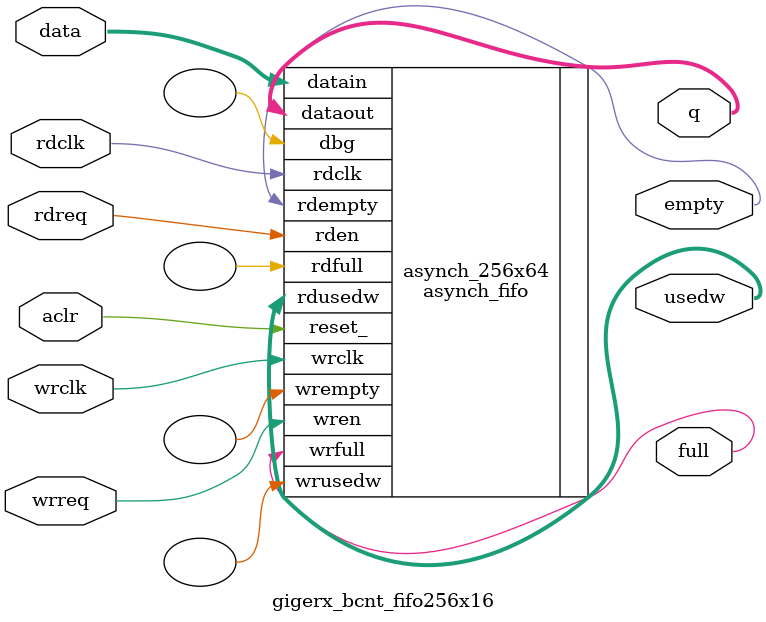
<source format=v>


`timescale 1ns / 1ns                                                                                                                                               


module gigerx_bcnt_fifo256x16

(
			aclr,
			 
			wrclk,   			  // i,Clk for writing data                                  
			wrreq,   			  // i,request to write                                      
			data,    			  // i,Data coming in                                        
			full,                 // o,indicates fifo is full or not (To avoid overiding)    
		                                                                                     
			rdclk,	              // i,Clk for reading data                                  
			rdreq,                // i,Request to read from FIFO                             
			q, 	                  // o,Data coming out                                       
			empty,                 // o,indicates fifo is empty or not (to avoid underflow)  
			usedw                   //o, number of slots currently in use for reading        

);
	parameter WIDTH = 16,
			  DEPTH = 256,
			  PTR	= 8;
			  
			  
			input  wire 				aclr;
			
			input  wire 				wrclk;             // i,Clk for writing data                                  
			input  wire 				wrreq;             // i,request to write                                      
			input  wire [WIDTH-1 : 0]	data;              // i,Data coming in                                         
			output wire					full;              // o,indicates fifo is full or not (To avoid overiding)    
                                                                                                                      
			input  wire 				rdclk;             // i,Clk for reading data                                  
			input  wire 				rdreq;             // i,Request to read from FIFO                             
			output wire [WIDTH-1 : 0]	q; 	               // o,Data coming out                                       
			output wire 				empty;              // o,indicates fifo is empty or not (to avoid underflow)  
			output wire [PTR  : 0] 		usedw;               //o, number of slots currently in use for reading        



asynch_fifo	#(.WIDTH (WIDTH),		  			
					  	  .DEPTH (DEPTH),
					 	  .PTR	 (PTR) )		  
 											
	asynch_256x64		  (
			.reset_	(aclr),
			
			.wrclk	(wrclk),		              // i,Clk for writing data                                  
			.wren	(wrreq),	   	              // i,request to write                                      
			.datain	(data),			              // i,Data coming in                                        
			.wrfull	(full),			              // o,indicates fifo is full or not (To avoid overiding)    
			.wrempty(),				                                                                         
			.wrusedw(),				                
                                                    
			.rdclk	(rdclk),		           // i,Clk for reading data                                     
			.rden	(rdreq),		           // i,Request to read from FIFO                                
			.dataout(q),			           // o,Data coming out                                          
			.rdfull	(),				            // o,indicates fifo is full or not (to avoid overiding)
			.rdempty(empty),		            // o,indicates fifo is empty or not (to avoid underflow)    
			.rdusedw(usedw),		            //o, number of slots currently in use for reading  

			.dbg()

		 );
		 
		 
endmodule
</source>
